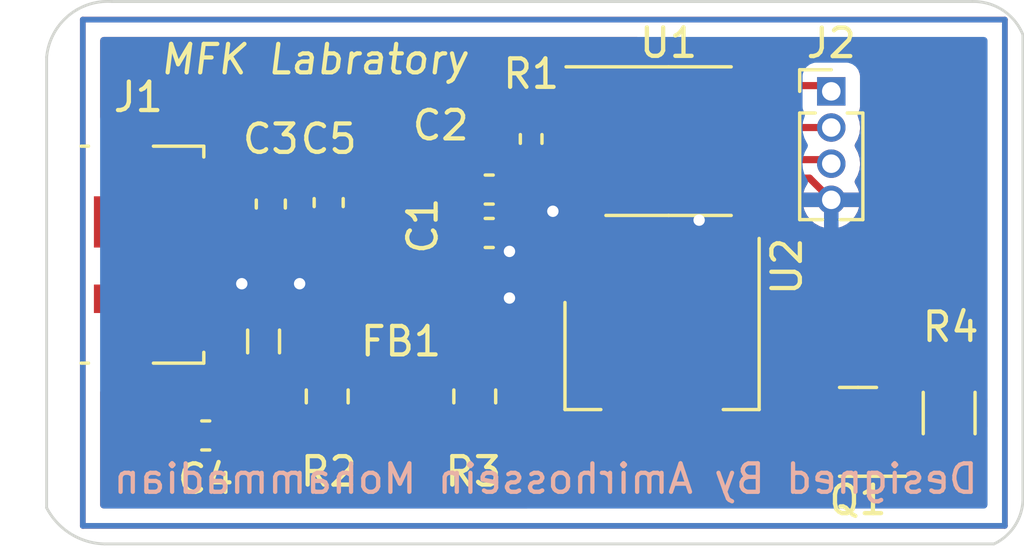
<source format=kicad_pcb>
(kicad_pcb (version 20211014) (generator pcbnew)
  (layers (0 "F.Cu" signal) (31 "B.Cu" signal) (34 "B.Paste" user) (35 "F.Paste" user) (36 "B.SilkS" user "B.Silkscreen") (37 "F.SilkS" user "F.Silkscreen") (38 "B.Mask" user) (39 "F.Mask" user) (44 "Edge.Cuts" user))
  (net 0 "")
  (net 1 "+3V3")
  (net 2 "GND")
  (net 3 "+5V")
  (net 4 "Net-(FB1-Pad1)")
  (net 8 "unconnected-(J1-Pad6)")
  (net 9 "SWCLK")
  (net 10 "SWDIO")
  (net 11 "Net-(Q1-Pad1)")
  (net 12 "Net-(Q1-Pad3)")
  (net 13 "Net-(R1-Pad1)")
  (net 14 "PWM")
  (footprint "Package_SO:TSSOP-14_4.4x5mm_P0.65mm" (layer "F.Cu") (at 113.284 101.4222)
    (fp_text reference "U1" (at 0 -3.45) (layer "F.SilkS"))
    (fp_text value "STM32L011D4Px")
    (fp_line (start 0 -2.61) (end 2.2 -2.61) (layer "F.SilkS") (width 0.12))
    (fp_line (start 0 -2.61) (end -3.6 -2.61) (layer "F.SilkS") (width 0.12))
    (fp_line (start 0 2.61) (end 2.2 2.61) (layer "F.SilkS") (width 0.12))
    (fp_line (start 0 2.61) (end -2.2 2.61) (layer "F.SilkS") (width 0.12))
    (pad "1" smd roundrect (at -2.8625 -1.95) (size 1.475 0.4) (layers "F.Cu" "F.Paste" "F.Mask") (net 13 "Net-(R1-Pad1)"))
    (pad "2" smd roundrect (at -2.8625 -1.3) (size 1.475 0.4) (layers "F.Cu" "F.Paste" "F.Mask"))
    (pad "3" smd roundrect (at -2.8625 -0.65) (size 1.475 0.4) (layers "F.Cu" "F.Paste" "F.Mask"))
    (pad "4" smd roundrect (at -2.8625 0) (size 1.475 0.4) (layers "F.Cu" "F.Paste" "F.Mask"))
    (pad "5" smd roundrect (at -2.8625 0.65) (size 1.475 0.4) (layers "F.Cu" "F.Paste" "F.Mask") (net 14 "PWM"))
    (pad "6" smd roundrect (at -2.8625 1.3) (size 1.475 0.4) (layers "F.Cu" "F.Paste" "F.Mask"))
    (pad "7" smd roundrect (at -2.8625 1.95) (size 1.475 0.4) (layers "F.Cu" "F.Paste" "F.Mask"))
    (pad "8" smd roundrect (at 2.8625 1.95) (size 1.475 0.4) (layers "F.Cu" "F.Paste" "F.Mask"))
    (pad "9" smd roundrect (at 2.8625 1.3) (size 1.475 0.4) (layers "F.Cu" "F.Paste" "F.Mask") (net 2 "GND"))
    (pad "10" smd roundrect (at 2.8625 0.65) (size 1.475 0.4) (layers "F.Cu" "F.Paste" "F.Mask") (net 1 "+3V3"))
    (pad "11" smd roundrect (at 2.8625 0) (size 1.475 0.4) (layers "F.Cu" "F.Paste" "F.Mask"))
    (pad "12" smd roundrect (at 2.8625 -0.65) (size 1.475 0.4) (layers "F.Cu" "F.Paste" "F.Mask"))
    (pad "13" smd roundrect (at 2.8625 -1.3) (size 1.475 0.4) (layers "F.Cu" "F.Paste" "F.Mask") (net 10 "SWDIO"))
    (pad "14" smd roundrect (at 2.8625 -1.95) (size 1.475 0.4) (layers "F.Cu" "F.Paste" "F.Mask") (net 9 "SWCLK"))
  )
  (footprint "Inductor_SMD:L_0805_2012Metric" (layer "F.Cu") (at 99.06 108.458 -90)
    (fp_text reference "FB1" (at 0 -4.826 180) (layer "F.SilkS"))
    (fp_text value "100ohm @ 100MHz")
    (fp_line (start -0.399622 0.56) (end 0.399622 0.56) (layer "F.SilkS") (width 0.12))
    (fp_line (start -0.399622 -0.56) (end 0.399622 -0.56) (layer "F.SilkS") (width 0.12))
    (pad "1" smd roundrect (at -1.0625 0 270) (size 0.875 1.2) (layers "F.Cu" "F.Paste" "F.Mask") (net 4 "Net-(FB1-Pad1)"))
    (pad "2" smd roundrect (at 1.0625 0 270) (size 0.875 1.2) (layers "F.Cu" "F.Paste" "F.Mask") (net 3 "+5V"))
  )
  (footprint "Resistor_SMD:R_0805_2012Metric" (layer "F.Cu") (at 101.2952 110.3884 90)
    (fp_text reference "R2" (at -2.6416 0.0508 180) (layer "F.SilkS"))
    (fp_text value "LED1")
    (fp_line (start -0.227064 -0.735) (end 0.227064 -0.735) (layer "F.SilkS") (width 0.12))
    (fp_line (start -0.227064 0.735) (end 0.227064 0.735) (layer "F.SilkS") (width 0.12))
    (pad "1" smd roundrect (at -0.9125 0 90) (size 1.025 1.4) (layers "F.Cu" "F.Paste" "F.Mask") (roundrect_rratio 0.243902439) (net 12 "Net-(Q1-Pad3)"))
    (pad "2" smd roundrect (at 0.9125 0 90) (size 1.025 1.4) (layers "F.Cu" "F.Paste" "F.Mask") (roundrect_rratio 0.243902439) (net 3 "+5V"))
  )
  (footprint "Resistor_SMD:R_1206_3216Metric" (layer "F.Cu") (at 123.1392 110.9726 -90)
    (fp_text reference "R4" (at -3.0226 -0.0508 180) (layer "F.SilkS"))
    (fp_text value "22")
    (fp_line (start -0.727064 -0.91) (end 0.727064 -0.91) (layer "F.SilkS") (width 0.12))
    (fp_line (start -0.727064 0.91) (end 0.727064 0.91) (layer "F.SilkS") (width 0.12))
    (pad "1" smd roundrect (at -1.4625 0 270) (size 1.125 1.75) (layers "F.Cu" "F.Paste" "F.Mask") (roundrect_rratio 0.2222222222) (net 14 "PWM"))
    (pad "2" smd roundrect (at 1.4625 0 270) (size 1.125 1.75) (layers "F.Cu" "F.Paste" "F.Mask") (roundrect_rratio 0.2222222222) (net 11 "Net-(Q1-Pad1)"))
  )
  (footprint "Capacitor_SMD:C_0603_1608Metric" (layer "F.Cu") (at 97.028 111.76 180)
    (fp_text reference "C4" (at 0 -1.524) (layer "F.SilkS"))
    (fp_text value "10uF")
    (fp_line (start -0.14058 0.51) (end 0.14058 0.51) (layer "F.SilkS") (width 0.12))
    (fp_line (start -0.14058 -0.51) (end 0.14058 -0.51) (layer "F.SilkS") (width 0.12))
    (pad "1" smd roundrect (at -0.775 0 180) (size 0.9 0.95) (layers "F.Cu" "F.Paste" "F.Mask") (net 3 "+5V"))
    (pad "2" smd roundrect (at 0.775 0 180) (size 0.9 0.95) (layers "F.Cu" "F.Paste" "F.Mask") (net 2 "GND"))
  )
  (footprint "Connector_PinHeader_1.27mm:PinHeader_1x04_P1.27mm_Vertical" (layer "F.Cu") (at 118.999 99.6746)
    (fp_text reference "J2" (at 0 -1.695) (layer "F.SilkS"))
    (fp_text value "DEBUGGER")
    (fp_line (start -1.11 -0.76) (end 0 -0.76) (layer "F.SilkS") (width 0.12))
    (fp_line (start -1.11 0.76) (end -1.11 4.505) (layer "F.SilkS") (width 0.12))
    (fp_line (start 0.563471 0.76) (end 1.11 0.76) (layer "F.SilkS") (width 0.12))
    (fp_line (start 0.30753 4.505) (end 1.11 4.505) (layer "F.SilkS") (width 0.12))
    (fp_line (start -1.11 4.505) (end -0.30753 4.505) (layer "F.SilkS") (width 0.12))
    (fp_line (start -1.11 0) (end -1.11 -0.76) (layer "F.SilkS") (width 0.12))
    (fp_line (start 1.11 0.76) (end 1.11 4.505) (layer "F.SilkS") (width 0.12))
    (fp_line (start -1.11 0.76) (end -0.563471 0.76) (layer "F.SilkS") (width 0.12))
    (pad "1" thru_hole rect (at 0 0) (size 1 1) (drill 0.65) (layers *.Cu *.Mask) (net 9 "SWCLK"))
    (pad "2" thru_hole oval (at 0 1.27) (size 1 1) (drill 0.65) (layers *.Cu *.Mask) (net 10 "SWDIO"))
    (pad "3" thru_hole oval (at 0 2.54) (size 1 1) (drill 0.65) (layers *.Cu *.Mask) (net 1 "+3V3"))
    (pad "4" thru_hole oval (at 0 3.81) (size 1 1) (drill 0.65) (layers *.Cu *.Mask) (net 2 "GND"))
  )
  (footprint "Capacitor_SMD:C_0603_1608Metric" (layer "F.Cu") (at 99.314 103.632 -90)
    (fp_text reference "C3" (at -2.286 0 180) (layer "F.SilkS"))
    (fp_text value "22uF")
    (fp_line (start -0.14058 0.51) (end 0.14058 0.51) (layer "F.SilkS") (width 0.12))
    (fp_line (start -0.14058 -0.51) (end 0.14058 -0.51) (layer "F.SilkS") (width 0.12))
    (pad "1" smd roundrect (at -0.775 0 270) (size 0.9 0.95) (layers "F.Cu" "F.Paste" "F.Mask") (net 1 "+3V3"))
    (pad "2" smd roundrect (at 0.775 0 270) (size 0.9 0.95) (layers "F.Cu" "F.Paste" "F.Mask") (net 2 "GND"))
  )
  (footprint "Connector_USB:USB_Micro-B_Molex_47346-0001" (layer "F.Cu") (at 95.25 105.41 -90)
    (fp_text reference "J1" (at -5.5348 0.5894 180) (layer "F.SilkS"))
    (fp_text value "USB_B_Micro")
    (fp_line (start 3.81 -1.71) (end 3.81 0.06) (layer "F.SilkS") (width 0.12))
    (fp_line (start -3.81 2.6) (end -3.81 2.34) (layer "F.SilkS") (width 0.12))
    (fp_line (start -3.81 -1.71) (end -3.43 -1.71) (layer "F.SilkS") (width 0.12))
    (fp_line (start -3.81 0.06) (end -3.81 -1.71) (layer "F.SilkS") (width 0.12))
    (fp_line (start 3.81 2.34) (end 3.81 2.6) (layer "F.SilkS") (width 0.12))
    (fp_line (start 3.81 -1.71) (end 3.43 -1.71) (layer "F.SilkS") (width 0.12))
    (pad "1" smd rect (at -1.3 -1.46 270) (size 0.45 1.38) (layers "F.Cu" "F.Paste" "F.Mask") (net 4 "Net-(FB1-Pad1)"))
    (pad "2" smd rect (at -0.65 -1.46 270) (size 0.45 1.38) (layers "F.Cu" "F.Paste" "F.Mask"))
    (pad "3" smd rect (at 0 -1.46 270) (size 0.45 1.38) (layers "F.Cu" "F.Paste" "F.Mask"))
    (pad "4" smd rect (at 0.65 -1.46 270) (size 0.45 1.38) (layers "F.Cu" "F.Paste" "F.Mask"))
    (pad "5" smd rect (at 1.3 -1.46 270) (size 0.45 1.38) (layers "F.Cu" "F.Paste" "F.Mask") (net 2 "GND"))
    (pad "6" smd rect (at -3.375 1.2 270) (size 1.65 1.3) (layers "F.Cu" "F.Paste" "F.Mask") (net 8 "unconnected-(J1-Pad6)"))
    (pad "6" smd rect (at 3.375 1.2 270) (size 1.65 1.3) (layers "F.Cu" "F.Paste" "F.Mask") (net 8 "unconnected-(J1-Pad6)"))
    (pad "6" smd rect (at -2.4875 -1.375 270) (size 1.425 1.55) (layers "F.Cu" "F.Paste" "F.Mask") (net 8 "unconnected-(J1-Pad6)"))
    (pad "6" smd rect (at 1.55 1.2 270) (size 1 1.9) (layers "F.Cu" "F.Paste" "F.Mask") (net 8 "unconnected-(J1-Pad6)"))
    (pad "6" smd rect (at -1.15 1.2 270) (size 1.8 1.9) (layers "F.Cu" "F.Paste" "F.Mask") (net 8 "unconnected-(J1-Pad6)"))
    (pad "6" smd rect (at 2.4875 -1.375 270) (size 1.425 1.55) (layers "F.Cu" "F.Paste" "F.Mask") (net 8 "unconnected-(J1-Pad6)"))
  )
  (footprint "Package_TO_SOT_SMD:SOT-23" (layer "F.Cu") (at 119.9388 111.633 180)
    (fp_text reference "Q1" (at 0 -2.4) (layer "F.SilkS"))
    (fp_text value "SI2302")
    (fp_line (start 0 1.56) (end -0.65 1.56) (layer "F.SilkS") (width 0.12))
    (fp_line (start 0 1.56) (end 0.65 1.56) (layer "F.SilkS") (width 0.12))
    (fp_line (start 0 -1.56) (end -1.675 -1.56) (layer "F.SilkS") (width 0.12))
    (fp_line (start 0 -1.56) (end 0.65 -1.56) (layer "F.SilkS") (width 0.12))
    (pad "1" smd roundrect (at -0.9375 -0.95 180) (size 1.475 0.6) (layers "F.Cu" "F.Paste" "F.Mask") (net 11 "Net-(Q1-Pad1)"))
    (pad "2" smd roundrect (at -0.9375 0.95 180) (size 1.475 0.6) (layers "F.Cu" "F.Paste" "F.Mask") (net 2 "GND"))
    (pad "3" smd roundrect (at 0.9375 0 180) (size 1.475 0.6) (layers "F.Cu" "F.Paste" "F.Mask") (net 12 "Net-(Q1-Pad3)"))
  )
  (footprint "Package_TO_SOT_SMD:SOT-223-3_TabPin2" (layer "F.Cu") (at 113.0554 108.9406 -90)
    (fp_text reference "U2" (at -3.1206 -4.3846 90) (layer "F.SilkS"))
    (fp_text value "AMS1117-3.3")
    (fp_line (start 1.91 -3.41) (end 1.91 -2.15) (layer "F.SilkS") (width 0.12))
    (fp_line (start 1.91 3.41) (end 1.91 2.15) (layer "F.SilkS") (width 0.12))
    (fp_line (start -4.1 -3.41) (end 1.91 -3.41) (layer "F.SilkS") (width 0.12))
    (fp_line (start -1.85 3.41) (end 1.91 3.41) (layer "F.SilkS") (width 0.12))
    (pad "1" smd rect (at -3.15 -2.3 270) (size 2 1.5) (layers "F.Cu" "F.Paste" "F.Mask") (net 2 "GND"))
    (pad "2" smd rect (at 3.15 0 270) (size 2 3.8) (layers "F.Cu" "F.Paste" "F.Mask") (net 1 "+3V3"))
    (pad "2" smd rect (at -3.15 0 270) (size 2 1.5) (layers "F.Cu" "F.Paste" "F.Mask") (net 1 "+3V3"))
    (pad "3" smd rect (at -3.15 2.3 270) (size 2 1.5) (layers "F.Cu" "F.Paste" "F.Mask") (net 3 "+5V"))
  )
  (footprint "Resistor_SMD:R_0805_2012Metric" (layer "F.Cu") (at 106.4768 110.3884 90)
    (fp_text reference "R3" (at -2.6416 -0.0508 180) (layer "F.SilkS"))
    (fp_text value "LED2")
    (fp_line (start -0.227064 0.735) (end 0.227064 0.735) (layer "F.SilkS") (width 0.12))
    (fp_line (start -0.227064 -0.735) (end 0.227064 -0.735) (layer "F.SilkS") (width 0.12))
    (pad "1" smd roundrect (at -0.9125 0 90) (size 1.025 1.4) (layers "F.Cu" "F.Paste" "F.Mask") (roundrect_rratio 0.243902439) (net 12 "Net-(Q1-Pad3)"))
    (pad "2" smd roundrect (at 0.9125 0 90) (size 1.025 1.4) (layers "F.Cu" "F.Paste" "F.Mask") (roundrect_rratio 0.243902439) (net 3 "+5V"))
  )
  (footprint "Resistor_SMD:R_0402_1005Metric" (layer "F.Cu") (at 108.458 101.346 -90)
    (fp_text reference "R1" (at -2.286 0 180) (layer "F.SilkS"))
    (fp_text value "10K")
    (fp_line (start -0.153641 -0.38) (end 0.153641 -0.38) (layer "F.SilkS") (width 0.12))
    (fp_line (start -0.153641 0.38) (end 0.153641 0.38) (layer "F.SilkS") (width 0.12))
    (pad "1" smd roundrect (at -0.51 0 270) (size 0.54 0.64) (layers "F.Cu" "F.Paste" "F.Mask") (net 13 "Net-(R1-Pad1)"))
    (pad "2" smd roundrect (at 0.51 0 270) (size 0.54 0.64) (layers "F.Cu" "F.Paste" "F.Mask") (net 2 "GND"))
  )
  (footprint "Capacitor_SMD:C_0603_1608Metric" (layer "F.Cu") (at 106.9848 104.648)
    (fp_text reference "C1" (at -2.3368 -0.254 90) (layer "F.SilkS"))
    (fp_text value "22uF")
    (fp_line (start -0.14058 -0.51) (end 0.14058 -0.51) (layer "F.SilkS") (width 0.12))
    (fp_line (start -0.14058 0.51) (end 0.14058 0.51) (layer "F.SilkS") (width 0.12))
    (pad "1" smd roundrect (at -0.775 0) (size 0.9 0.95) (layers "F.Cu" "F.Paste" "F.Mask") (net 1 "+3V3"))
    (pad "2" smd roundrect (at 0.775 0) (size 0.9 0.95) (layers "F.Cu" "F.Paste" "F.Mask") (net 2 "GND"))
  )
  (footprint "Capacitor_SMD:C_0603_1608Metric" (layer "F.Cu") (at 101.346 103.5812 -90)
    (fp_text reference "C5" (at -2.2352 0 180) (layer "F.SilkS"))
    (fp_text value "22uF")
    (fp_line (start -0.14058 0.51) (end 0.14058 0.51) (layer "F.SilkS") (width 0.12))
    (fp_line (start -0.14058 -0.51) (end 0.14058 -0.51) (layer "F.SilkS") (width 0.12))
    (pad "1" smd roundrect (at -0.775 0 270) (size 0.9 0.95) (layers "F.Cu" "F.Paste" "F.Mask") (net 1 "+3V3"))
    (pad "2" smd roundrect (at 0.775 0 270) (size 0.9 0.95) (layers "F.Cu" "F.Paste" "F.Mask") (net 2 "GND"))
  )
  (footprint "Capacitor_SMD:C_0603_1608Metric" (layer "F.Cu") (at 106.9848 103.124)
    (fp_text reference "C2" (at -1.7048 -2.254) (layer "F.SilkS"))
    (fp_text value "22uF")
    (fp_line (start -0.14058 -0.51) (end 0.14058 -0.51) (layer "F.SilkS") (width 0.12))
    (fp_line (start -0.14058 0.51) (end 0.14058 0.51) (layer "F.SilkS") (width 0.12))
    (pad "1" smd roundrect (at -0.775 0) (size 0.9 0.95) (layers "F.Cu" "F.Paste" "F.Mask") (net 1 "+3V3"))
    (pad "2" smd roundrect (at 0.775 0) (size 0.9 0.95) (layers "F.Cu" "F.Paste" "F.Mask") (net 2 "GND"))
  )
  (gr_line (start 125.095 97.155) (end 125.095 114.935) (layer "F.Cu") (width 0.2))
  (gr_line (start 92.71 114.935) (end 92.71 97.155) (layer "F.Cu") (width 0.2))
  (gr_line (start 125.095 114.935) (end 92.71 114.935) (layer "F.Cu") (width 0.2))
  (gr_line (start 125.095 97.155) (end 92.71 97.155) (layer "F.Cu") (width 0.2))
  (gr_line (start 125.095 114.935) (end 92.71 114.935) (layer "B.Cu") (width 0.2))
  (gr_line (start 92.71 97.155) (end 125.095 97.155) (layer "B.Cu") (width 0.2))
  (gr_line (start 125.095 97.155) (end 125.095 114.935) (layer "B.Cu") (width 0.2))
  (gr_line (start 92.71 114.935) (end 92.71 97.155) (layer "B.Cu") (width 0.2))
  (gr_line (start 93.726 96.52) (end 123.952 96.52) (layer "Edge.Cuts") (width 0.1))
  (gr_arc (start 125.73 114.046) (mid 125.434254 114.949503) (end 124.714 115.57) (layer "Edge.Cuts") (width 0.1))
  (gr_line (start 125.73 97.687113) (end 125.73 114.046) (layer "Edge.Cuts") (width 0.1))
  (gr_line (start 124.714 115.57) (end 93.472 115.57) (layer "Edge.Cuts") (width 0.1))
  (gr_line (start 91.44 114.3) (end 91.44 98.471821) (layer "Edge.Cuts") (width 0.1))
  (gr_arc (start 93.472 115.57) (mid 92.282179 115.213113) (end 91.44 114.3) (layer "Edge.Cuts") (width 0.1))
  (gr_arc (start 91.44 98.471821) (mid 92.186394 97.0314) (end 93.726 96.52) (layer "Edge.Cuts") (width 0.1))
  (gr_arc (start 123.952 96.52) (mid 125.024222 96.824433) (end 125.73 97.687113) (layer "Edge.Cuts") (width 0.1))
  (gr_text "Designed By Amirhossein Mohammadian" (at 108.966 113.284) (layer "B.SilkS") (effects (font (size 1 1)) (justify mirror)))
  (gr_text "MFK Labratory" (at 100.838 98.552) (layer "F.SilkS") (effects (font (size 1 1) (thickness 0.15) italic)))
  (segment (start 99.314 102.857) (end 101.2952 102.857) (width 0.25) (layer "F.Cu") (net 1))
  (segment (start 106.0196 102.9338) (end 106.2098 103.124) (width 0.25) (layer "F.Cu") (net 1))
  (segment (start 118.999 102.2146) (end 118.8566 102.0722) (width 0.25) (layer "F.Cu") (net 1))
  (segment (start 101.346 102.8062) (end 101.6638 103.124) (width 0.25) (layer "F.Cu") (net 1))
  (segment (start 108.9 105.246978) (end 108.9 106.02) (width 0.25) (layer "F.Cu") (net 1))
  (segment (start 118.8566 102.0722) (end 116.1465 102.0722) (width 0.25) (layer "F.Cu") (net 1))
  (segment (start 101.663811 103.124011) (end 101.346 102.8062) (width 0.25) (layer "F.Cu") (net 1))
  (segment (start 106.66 106.02) (end 106.2098 105.5698) (width 0.25) (layer "F.Cu") (net 1))
  (segment (start 106.2098 103.124) (end 106.2098 104.648) (width 0.25) (layer "F.Cu") (net 1))
  (segment (start 101.2952 102.857) (end 101.346 102.8062) (width 0.25) (layer "F.Cu") (net 1))
  (segment (start 101.6638 103.124) (end 106.2098 103.124) (width 0.25) (layer "F.Cu") (net 1))
  (segment (start 113.0554 104.475439) (end 115.458639 102.0722) (width 0.25) (layer "F.Cu") (net 1))
  (segment (start 113.0554 105.7906) (end 113.0554 112.0906) (width 0.25) (layer "F.Cu") (net 1))
  (segment (start 112.396089 104.466089) (end 109.680889 104.466089) (width 0.25) (layer "F.Cu") (net 1))
  (segment (start 113.0554 105.7906) (end 113.0554 105.1254) (width 0.25) (layer "F.Cu") (net 1))
  (segment (start 109.680889 104.466089) (end 108.9 105.246978) (width 0.25) (layer "F.Cu") (net 1))
  (segment (start 106.2098 103.124) (end 106.209789 103.124011) (width 0.25) (layer "F.Cu") (net 1))
  (segment (start 108.9 106.02) (end 106.66 106.02) (width 0.25) (layer "F.Cu") (net 1))
  (segment (start 106.2098 105.5698) (end 106.2098 104.648) (width 0.25) (layer "F.Cu") (net 1))
  (segment (start 115.458639 102.0722) (end 116.1465 102.0722) (width 0.25) (layer "F.Cu") (net 1))
  (segment (start 113.0554 105.1254) (end 112.396089 104.466089) (width 0.25) (layer "F.Cu") (net 1))
  (segment (start 113.0554 105.7906) (end 113.0554 104.475439) (width 0.25) (layer "F.Cu") (net 1))
  (segment (start 107.7598 104.648) (end 107.7598 103.124) (width 0.25) (layer "F.Cu") (net 2))
  (segment (start 96.253 111.265) (end 97.79 109.728) (width 0.25) (layer "F.Cu") (net 2))
  (segment (start 116.498 104.648) (end 117.094 104.648) (width 0.25) (layer "F.Cu") (net 2))
  (segment (start 97.79 106.925978) (end 97.574022 106.71) (width 0.25) (layer "F.Cu") (net 2))
  (segment (start 96.253 111.76) (end 96.253 111.265) (width 0.25) (layer "F.Cu") (net 2))
  (segment (start 96.71 106.71) (end 98.014 106.71) (width 0.25) (layer "F.Cu") (net 2))
  (segment (start 117.094 104.648) (end 117.348 104.394) (width 0.25) (layer "F.Cu") (net 2))
  (segment (start 118.2366 102.7222) (end 116.1465 102.7222) (width 0.25) (layer "F.Cu") (net 2))
  (segment (start 107.696 105.2955) (end 107.696 104.7118) (width 0.25) (layer "F.Cu") (net 2))
  (segment (start 101.346 104.3562) (end 101.346 107.442) (width 0.25) (layer "F.Cu") (net 2))
  (segment (start 98.014 106.71) (end 98.293701 106.430299) (width 0.25) (layer "F.Cu") (net 2))
  (segment (start 109.22 103.886) (end 108.5218 103.886) (width 0.25) (layer "F.Cu") (net 2))
  (segment (start 118.999 106.869) (end 118.999 103.4846) (width 0.25) (layer "F.Cu") (net 2))
  (segment (start 101.2952 104.407) (end 101.346 104.3562) (width 0.25) (layer "F.Cu") (net 2))
  (segment (start 118.999 103.4846) (end 118.2366 102.7222) (width 0.25) (layer "F.Cu") (net 2))
  (segment (start 99.314 104.407) (end 101.2952 104.407) (width 0.25) (layer "F.Cu") (net 2))
  (segment (start 101.346 107.442) (end 107.696 107.442) (width 0.25) (layer "F.Cu") (net 2))
  (segment (start 99.314 104.407) (end 99.314 104.648) (width 0.25) (layer "F.Cu") (net 2))
  (segment (start 120.8763 110.683) (end 120.8763 108.7463) (width 0.25) (layer "F.Cu") (net 2))
  (segment (start 107.66 104.7478) (end 107.7598 104.648) (width 0.25) (layer "F.Cu") (net 2))
  (segment (start 116.834361 102.7222) (end 116.1465 102.7222) (width 0.25) (layer "F.Cu") (net 2))
  (segment (start 115.3554 105.7906) (end 116.498 104.648) (width 0.25) (layer "F.Cu") (net 2))
  (segment (start 107.696 104.7118) (end 107.7598 104.648) (width 0.25) (layer "F.Cu") (net 2))
  (segment (start 97.79 109.728) (end 97.79 106.925978) (width 0.25) (layer "F.Cu") (net 2))
  (segment (start 117.348 103.235839) (end 116.834361 102.7222) (width 0.25) (layer "F.Cu") (net 2))
  (segment (start 108.5218 103.886) (end 107.7598 103.124) (width 0.25) (layer "F.Cu") (net 2))
  (segment (start 107.696 107.442) (end 107.696 106.934) (width 0.25) (layer "F.Cu") (net 2))
  (segment (start 108.458 102.4258) (end 107.7598 103.124) (width 0.25) (layer "F.Cu") (net 2))
  (segment (start 115.3554 105.1954) (end 114.357719 104.197719) (width 0.25) (layer "F.Cu") (net 2))
  (segment (start 115.3554 105.7906) (end 115.3554 105.1954) (width 0.25) (layer "F.Cu") (net 2))
  (segment (start 108.458 101.856) (end 108.458 102.4258) (width 0.25) (layer "F.Cu") (net 2))
  (segment (start 100.325701 105.418701) (end 99.314 104.407) (width 0.25) (layer "F.Cu") (net 2))
  (segment (start 97.574022 106.71) (end 96.71 106.71) (width 0.25) (layer "F.Cu") (net 2))
  (segment (start 120.8763 108.7463) (end 118.999 106.869) (width 0.25) (layer "F.Cu") (net 2))
  (segment (start 100.325701 106.430299) (end 100.325701 105.418701) (width 0.25) (layer "F.Cu") (net 2))
  (segment (start 117.348 104.394) (end 117.348 103.235839) (width 0.25) (layer "F.Cu") (net 2))
  (via (at 98.293701 106.430299) (size 0.8) (drill 0.4) (layers "F.Cu" "B.Cu") (net 2))
  (via (at 107.696 105.2955) (size 0.8) (drill 0.4) (layers "F.Cu" "B.Cu") (net 2))
  (via (at 114.357719 104.197719) (size 0.8) (drill 0.4) (layers "F.Cu" "B.Cu") (net 2))
  (via (at 107.696 106.934) (size 0.8) (drill 0.4) (layers "F.Cu" "B.Cu") (net 2))
  (via (at 109.22 103.886) (size 0.8) (drill 0.4) (layers "F.Cu" "B.Cu") (net 2))
  (via (at 100.325701 106.430299) (size 0.8) (drill 0.4) (layers "F.Cu" "B.Cu") (net 2))
  (segment (start 114.357719 104.197719) (end 113.341719 104.197719) (width 0.25) (layer "B.Cu") (net 2))
  (segment (start 100.33 106.426) (end 100.325701 106.430299) (width 0.25) (layer "B.Cu") (net 2))
  (segment (start 113.341719 104.197719) (end 112.776 103.632) (width 0.25) (layer "B.Cu") (net 2))
  (segment (start 112.776 103.632) (end 109.22 103.632) (width 0.25) (layer "B.Cu") (net 2))
  (segment (start 107.696 106.934) (end 107.696 105.2955) (width 0.25) (layer "B.Cu") (net 2))
  (segment (start 98.293701 106.430299) (end 100.325701 106.430299) (width 0.25) (layer "B.Cu") (net 2))
  (segment (start 109.22 103.632) (end 109.22 103.886) (width 0.25) (layer "B.Cu") (net 2))
  (segment (start 99.06 110.503) (end 97.803 111.76) (width 0.25) (layer "F.Cu") (net 3))
  (segment (start 106.4768 109.4759) (end 107.0701 109.4759) (width 0.25) (layer "F.Cu") (net 3))
  (segment (start 110.7554 109.8146) (end 110.74 109.83) (width 0.25) (layer "F.Cu") (net 3))
  (segment (start 101.2952 109.4759) (end 99.1046 109.4759) (width 0.25) (layer "F.Cu") (net 3))
  (segment (start 106.4768 109.4759) (end 101.2952 109.4759) (width 0.25) (layer "F.Cu") (net 3))
  (segment (start 99.06 109.5205) (end 99.06 110.503) (width 0.25) (layer "F.Cu") (net 3))
  (segment (start 99.1046 109.4759) (end 99.06 109.5205) (width 0.25) (layer "F.Cu") (net 3))
  (segment (start 110.74 109.83) (end 106.8309 109.83) (width 0.25) (layer "F.Cu") (net 3))
  (segment (start 110.7554 105.7906) (end 110.7554 109.8146) (width 0.25) (layer "F.Cu") (net 3))
  (segment (start 106.8309 109.83) (end 106.4768 109.4759) (width 0.25) (layer "F.Cu") (net 3))
  (segment (start 97.76 104.11) (end 96.71 104.11) (width 0.25) (layer "F.Cu") (net 4))
  (segment (start 98.044 105.156) (end 98.044 104.394) (width 0.25) (layer "F.Cu") (net 4))
  (segment (start 98.044 104.394) (end 97.76 104.11) (width 0.25) (layer "F.Cu") (net 4))
  (segment (start 99.06 106.172) (end 98.044 105.156) (width 0.25) (layer "F.Cu") (net 4))
  (segment (start 99.06 107.3955) (end 99.06 106.172) (width 0.25) (layer "F.Cu") (net 4))
  (segment (start 94.05 102.035) (end 94.05 104.26) (width 0.25) (layer "F.Cu") (net 8))
  (segment (start 94.485 109.22) (end 94.05 108.785) (width 0.25) (layer "F.Cu") (net 8))
  (segment (start 96.5725 107.8975) (end 95.25 109.22) (width 0.25) (layer "F.Cu") (net 8))
  (segment (start 94.05 102.035) (end 95.7375 102.035) (width 0.25) (layer "F.Cu") (net 8))
  (segment (start 94.05 106.96) (end 94.05 108.785) (width 0.25) (layer "F.Cu") (net 8))
  (segment (start 94.05 104.26) (end 94.05 106.96) (width 0.25) (layer "F.Cu") (net 8))
  (segment (start 95.25 109.22) (end 94.485 109.22) (width 0.25) (layer "F.Cu") (net 8))
  (segment (start 95.7375 102.035) (end 96.625 102.9225) (width 0.25) (layer "F.Cu") (net 8))
  (segment (start 96.625 107.8975) (end 96.5725 107.8975) (width 0.25) (layer "F.Cu") (net 8))
  (segment (start 118.999 99.6746) (end 118.7966 99.4722) (width 0.25) (layer "F.Cu") (net 9))
  (segment (start 118.7966 99.4722) (end 116.1465 99.4722) (width 0.25) (layer "F.Cu") (net 9))
  (segment (start 117.656761 100.9446) (end 116.834361 100.1222) (width 0.25) (layer "F.Cu") (net 10))
  (segment (start 118.999 100.9446) (end 117.656761 100.9446) (width 0.25) (layer "F.Cu") (net 10))
  (segment (start 116.834361 100.1222) (end 116.1465 100.1222) (width 0.25) (layer "F.Cu") (net 10))
  (segment (start 121.0242 112.4351) (end 120.8763 112.583) (width 0.25) (layer "F.Cu") (net 11))
  (segment (start 123.1392 112.4351) (end 121.0242 112.4351) (width 0.25) (layer "F.Cu") (net 11))
  (segment (start 116.6622 113.8936) (end 109.0695 113.8936) (width 0.25) (layer "F.Cu") (net 12))
  (segment (start 106.4768 111.3009) (end 101.2952 111.3009) (width 0.25) (layer "F.Cu") (net 12))
  (segment (start 118.9228 111.633) (end 116.6622 113.8936) (width 0.25) (layer "F.Cu") (net 12))
  (segment (start 109.0695 113.8936) (end 106.4768 111.3009) (width 0.25) (layer "F.Cu") (net 12))
  (segment (start 119.0013 111.633) (end 118.9228 111.633) (width 0.25) (layer "F.Cu") (net 12))
  (segment (start 108.458 100.836) (end 108.458 100.747839) (width 0.25) (layer "F.Cu") (net 13))
  (segment (start 109.733639 99.4722) (end 110.4215 99.4722) (width 0.25) (layer "F.Cu") (net 13))
  (segment (start 108.458 100.747839) (end 109.733639 99.4722) (width 0.25) (layer "F.Cu") (net 13))
  (segment (start 111.89 101.95) (end 111.7678 102.0722) (width 0.25) (layer "F.Cu") (net 14))
  (segment (start 123.1392 109.5101) (end 121.33 107.7009) (width 0.25) (layer "F.Cu") (net 14))
  (segment (start 121.33 98.36) (end 121.14 98.17) (width 0.25) (layer "F.Cu") (net 14))
  (segment (start 111.7678 102.0722) (end 110.4215 102.0722) (width 0.25) (layer "F.Cu") (net 14))
  (segment (start 121.14 98.17) (end 112.98 98.17) (width 0.25) (layer "F.Cu") (net 14))
  (segment (start 112.98 98.17) (end 111.89 99.26) (width 0.25) (layer "F.Cu") (net 14))
  (segment (start 111.89 99.26) (end 111.89 101.95) (width 0.25) (layer "F.Cu") (net 14))
  (segment (start 121.33 107.7009) (end 121.33 98.36) (width 0.25) (layer "F.Cu") (net 14))
  (zone (net 2) (net_name "GND") (layer "F.Cu") (connect_pads (clearance 0.508)) (min_thickness 0.254) (fill yes (thermal_gap 0.508) (thermal_bridge_width 0.508))
    (polygon (pts (xy 125.09566 97.155) (xy 125.095 114.935) (xy 92.71 114.935) (xy 92.71 97.155)))
  )
  (zone (net 2) (net_name "GND") (layer "B.Cu") (connect_pads (clearance 0.508)) (min_thickness 0.254) (fill yes (thermal_gap 0.508) (thermal_bridge_width 0.508))
    (polygon (pts (xy 125.095 114.935) (xy 92.71 114.935) (xy 92.71 97.155) (xy 125.095 97.155)))
  )
)
</source>
